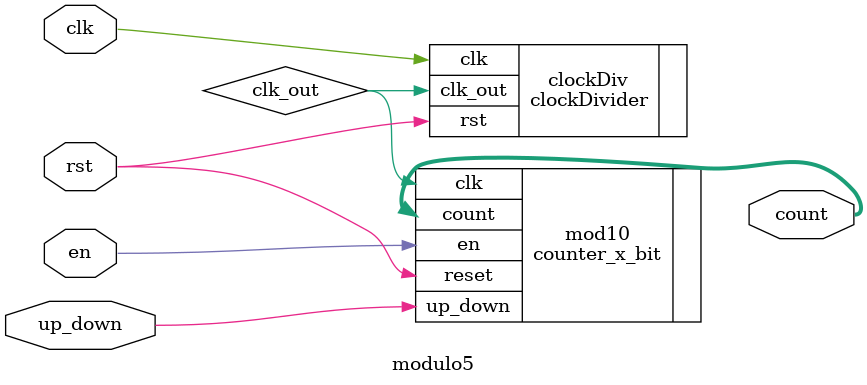
<source format=v>
`timescale 1ns / 1ps


module modulo5(input clk, rst, en,up_down,output [2:0] count);
wire clk_out;
clockDivider clockDiv(.clk(clk), .rst(rst), .clk_out(clk_out));
counter_x_bit  #(3,5) mod10 (.clk(clk_out), .reset(rst), .en(en),.up_down(up_down),.count(count));
endmodule
</source>
